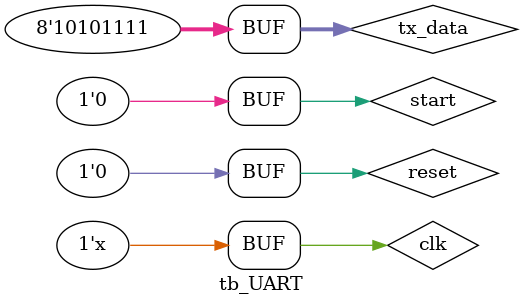
<source format=v>
`timescale 1ns / 1ps


module tb_UART ();

    reg clk;
    reg reset;
    reg start;
    reg [7:0] tx_data;
    wire txd;
    wire tx_done;

    uart dut (
        .clk(clk),
        .reset(reset),
        .start(start),
        .tx_data(tx_data),
        .txd(txd),
        .tx_done(tx_done)
    );

    always #5 clk = ~clk;

    initial begin
        clk = 1'b0;
        reset = 1'b1;
        start = 1'b0;
        tx_data = 0;
    end

    initial begin
        #20 reset = 1'b0;
        #20 tx_data = 8'haf;
        start = 1'b1;
        #10 start = 1'b0;
    end

endmodule

</source>
